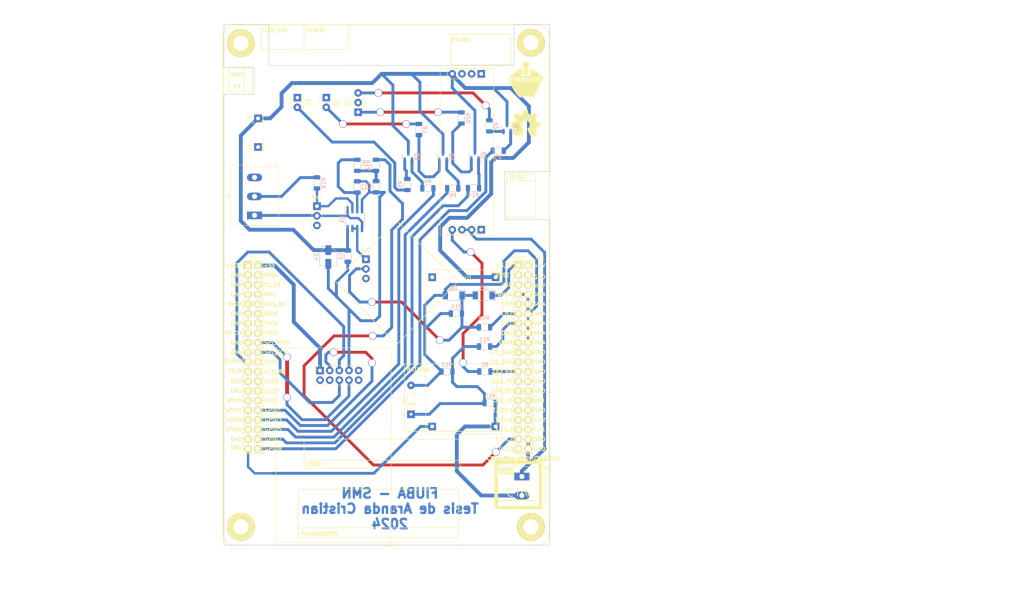
<source format=kicad_pcb>
(kicad_pcb (version 20211014) (generator pcbnew)
  (title_block (title "Poncho Grande - Modelo - Ejemplo - Template") (date "2015-10-06") (rev "1.0") (company "Proyecto CIAA - COMPUTADORA INDUSTRIAL ABIERTA ARGENTINA") (comment 1 "https://github.com/ciaa/Ponchos/tree/master/modelos/doc") (comment 2 "Autores y Licencia del template (Diego Brengi - UNLaM)") (comment 3 "Autor del poncho (COMPLETAR NOMBRE Y APELLIDO). Ver directorio \"doc\"") (comment 4 "CÓDIGO PONCHO: "))
  (layers (0 "F.Cu" signal) (31 "B.Cu" signal) (34 "B.Paste" user) (35 "F.Paste" user) (36 "B.SilkS" user "B.Silkscreen") (37 "F.SilkS" user "F.Silkscreen") (38 "B.Mask" user) (39 "F.Mask" user) (44 "Edge.Cuts" user))
  (net 0 "")
  (net 1 "GNDA")
  (net 2 "+5V")
  (net 3 "+3.3V")
  (net 4 "Net-(D1-Pad1)")
  (net 5 "Net-(D4-Pad1)")
  (net 6 "Net-(C2-Pad1)")
  (net 7 "Net-(D5-Pad2)")
  (net 8 "Net-(RV2-Pad1)")
  (net 9 "/Conector del Poncho/F2")
  (net 10 "/Anemometro IBC/232_RX")
  (net 11 "Net-(R1-Pad2)")
  (net 12 "/Conector del Poncho/ADC1")
  (net 13 "+12V")
  (net 22 "/Conector del Poncho/TXD")
  (net 23 "+5VP")
  (net 37 "/Conector del Poncho/MISO")
  (net 38 "/Conector del Poncho/spiSCK")
  (net 39 "/Conector del Poncho/MOSI")
  (net 46 "Net-(D1-Pad3)")
  (net 50 "/Conector del Poncho/ADC2")
  (net 51 "Net-(C1-Pad1)")
  (net 52 "GNDinVariador")
  (net 55 "ADCinVariador")
  (net 57 "Net-(R19-Pad1)")
  (net 67 "/Conector del Poncho/GPIO3")
  (net 68 "/Conector del Poncho/GPIO5")
  (net 69 "/Conector del Poncho/GPIO7")
  (net 70 "/Conector del Poncho/GPIO1")
  (net 95 "Net-(D2-Pad2)")
  (net 96 "Net-(D3-Pad2)")
  (net 97 "Net-(Q1-Pad1)")
  (net 98 "Net-(Q1-Pad2)")
  (net 99 "Net-(Q2-Pad1)")
  (net 100 "Net-(Q2-Pad2)")
  (net 101 "Net-(Q3-Pad1)")
  (net 102 "Net-(Q3-Pad2)")
  (net 103 "Net-(Q4-Pad1)")
  (net 104 "Net-(Q4-Pad2)")
  (net 105 "/Conector del Poncho/GPIO8")
  (footprint "Poncho_Esqueleto:Logo_OSHWA" (layer "F.Cu") (at 153.035 51.435)
    (fp_text reference "G101" hide)
    (fp_text value "Logo_OSHWA" hide)
  )
  (footprint "Poncho_Esqueleto:Logo_Poncho" (layer "F.Cu") (at 153.035 40.005)
    (fp_text reference "G***" hide)
    (fp_text value "LOGO" hide)
  )
  (footprint "Poncho_Esqueleto:Logo_EDU-CIAA" (layer "F.Cu") (at 151.13 146.685)
    (fp_text reference "G***" hide)
    (fp_text value "Logo_EDU-CIAA" hide)
  )
  (footprint "Poncho_Esqueleto:Plantilla_EDU-CIAA" (layer "F.Cu") (at 151.13 88.9)
    (fp_text reference "MP1")
    (fp_text value "Plantilla_EDU-CIAA")
  )
  (footprint "mod:poncho_grande" (layer "F.Cu") (at 151.13 88.9)
    (fp_text reference "XA1")
    (fp_text value "Conn_Poncho2P_2x_20x2")
  )
  (footprint "Diode_THT:D_DO-34_SOD68_P7.62mm_Horizontal" (layer "F.Cu") (at 122.88 128.08 90)
    (fp_text reference "D4")
    (fp_text value "D_Zener")
  )
  (footprint "LED_THT:LED_D3.0mm" (layer "F.Cu") (at 100.584 44.699 -90)
    (fp_text reference "D2")
    (fp_text value "LED")
  )
  (footprint "Modulos:W5100_module" (layer "F.Cu") (at 117.17 134.5 180)
    (fp_text reference "U2")
    (fp_text value "w5100_module")
  )
  (footprint "LED_THT:LED_D3.0mm-3" (layer "F.Cu") (at 108.966 48.524 90)
    (fp_text reference "D1")
    (fp_text value "LED_Dual_AKA")
  )
  (footprint "LED_THT:LED_D3.0mm" (layer "F.Cu") (at 92.964 44.699 -90)
    (fp_text reference "D3")
    (fp_text value "LED")
  )
  (footprint "Connector_PinHeader_2.54mm:PinHeader_1x01_P2.54mm_Vertical" (layer "F.Cu") (at 82.625 50.15 90)
    (fp_text reference "J3")
    (fp_text value "Vcc 5V SD")
  )
  (footprint "TerminalBlock:TerminalBlock_Altech_AK300-3_P5.00mm" (layer "F.Cu") (at 81.71 75.71 90)
    (fp_text reference "J1")
    (fp_text value "Screw_Terminal_01x03")
  )
  (footprint "Modulos:LM2596_StepDown" (layer "F.Cu") (at 154.01 136.06)
    (fp_text reference "U3")
    (fp_text value "LM2596S-HW-319-v6_module")
  )
  (footprint "Connector_PinHeader_2.54mm:PinHeader_1x01_P2.54mm_Vertical" (layer "F.Cu") (at 82.625 57.7 90)
    (fp_text reference "J4")
    (fp_text value "GND SD")
  )
  (footprint "Connector_PinHeader_2.54mm:PinHeader_1x03_P2.54mm_Vertical" (layer "F.Cu") (at 111.02 87.245)
    (fp_text reference "RV2")
    (fp_text value "R_Atenuator_Trim")
  )
  (footprint "Modulos:Rs485toTTL" (layer "F.Cu") (at 137.44 58.3)
    (fp_text reference "U1")
    (fp_text value "MAX485E")
  )
  (footprint "TerminalBlock:TerminalBlock_Altech_AK300-2_P5.00mm" (layer "F.Cu") (at 152.05 144.465 -90)
    (fp_text reference "J2")
    (fp_text value "Screw_Terminal_01x02")
  )
  (footprint "Connector_PinHeader_2.54mm:PinHeader_1x03_P2.54mm_Vertical" (layer "F.Cu") (at 98.13 73.28)
    (fp_text reference "RV1")
    (fp_text value "R_Filter_Trim 10K")
  )
  (footprint "Resistor_SMD:R_1206_3216Metric" (layer "B.Cu") (at 108.76 62.51 90)
    (fp_text reference "R17")
    (fp_text value "10k")
  )
  (footprint "Resistor_SMD:R_1206_3216Metric" (layer "B.Cu") (at 134.82 101.54 180)
    (fp_text reference "R15")
    (fp_text value "33k")
  )
  (footprint "Resistor_SMD:R_1206_3216Metric" (layer "B.Cu") (at 136.144 50.038 90)
    (fp_text reference "R20")
    (fp_text value "39")
  )
  (footprint "Resistor_SMD:R_1206_3216Metric" (layer "B.Cu") (at 133.858 68.58)
    (fp_text reference "R6")
    (fp_text value "1k")
  )
  (footprint "Diode_SMD:D_SOD-128" (layer "B.Cu") (at 141.986 96.774 180)
    (fp_text reference "D5")
    (fp_text value "D_Schottky")
  )
  (footprint "Resistor_SMD:R_1206_3216Metric" (layer "B.Cu") (at 121.92 67.564 -90)
    (fp_text reference "R5")
    (fp_text value "39")
  )
  (footprint "Resistor_SMD:R_1206_3216Metric" (layer "B.Cu") (at 124.968 53.086 90)
    (fp_text reference "R7")
    (fp_text value "39")
  )
  (footprint "Package_TO_SOT_SMD:SOT-23" (layer "B.Cu") (at 148.15 52.675 90)
    (fp_text reference "Q2")
    (fp_text value "Q_NPN_BEC")
  )
  (footprint "Resistor_SMD:R_1206_3216Metric" (layer "B.Cu") (at 127.3155 68.58 180)
    (fp_text reference "R4")
    (fp_text value "1k")
  )
  (footprint "Diode_SMD:D_SOD-128" (layer "B.Cu") (at 134.112 96.774 180)
    (fp_text reference "D6")
    (fp_text value "D_Schottky")
  )
  (footprint "Resistor_SMD:R_1206_3216Metric" (layer "B.Cu") (at 132.334 116.84 180)
    (fp_text reference "R12")
    (fp_text value "3k9")
  )
  (footprint "Resistor_SMD:R_1206_3216Metric" (layer "B.Cu") (at 142.24 105.156)
    (fp_text reference "R18")
    (fp_text value "1k")
  )
  (footprint "Package_TO_SOT_SMD:SOT-23" (layer "B.Cu") (at 139.7 59.944 90)
    (fp_text reference "Q1")
    (fp_text value "Q_NPN_BEC")
  )
  (footprint "Resistor_SMD:R_1206_3216Metric" (layer "B.Cu") (at 113.64 62.51 -90)
    (fp_text reference "R16")
    (fp_text value "10k")
  )
  (footprint "Resistor_SMD:R_1206_3216Metric" (layer "B.Cu") (at 139.325 68.525)
    (fp_text reference "R14")
    (fp_text value "1k")
  )
  (footprint "Capacitor_SMD:CP_Elec_4x5.3" (layer "B.Cu") (at 101.125 86.65 -90)
    (fp_text reference "C4")
    (fp_text value "C_Polarized 1uF")
  )
  (footprint "Package_SO:SOIC-8_3.9x4.9mm_P1.27mm" (layer "B.Cu") (at 108.09 76.69 -90)
    (fp_text reference "U5")
    (fp_text value "LM358")
  )
  (footprint "Resistor_SMD:R_1206_3216Metric" (layer "B.Cu") (at 142.24 110.236 180)
    (fp_text reference "R11")
    (fp_text value "1k")
  )
  (footprint "Package_TO_SOT_SMD:SOT-23" (layer "B.Cu") (at 122.174 60.198 90)
    (fp_text reference "Q3")
    (fp_text value "Q_NPN_BEC")
  )
  (footprint "Capacitor_SMD:C_1206_3216Metric" (layer "B.Cu") (at 113.71 68.16 -90)
    (fp_text reference "C1")
    (fp_text value "100nF")
  )
  (footprint "Package_TO_SOT_SMD:SOT-23" (layer "B.Cu") (at 131.318 60.198 90)
    (fp_text reference "Q4")
    (fp_text value "Q_NPN_BEC")
  )
  (footprint "Resistor_SMD:R_1206_3216Metric" (layer "B.Cu") (at 143.68 125.1 180)
    (fp_text reference "R13")
    (fp_text value "10k")
  )
  (footprint "Resistor_SMD:R_1206_3216Metric" (layer "B.Cu") (at 143.5 52.125 90)
    (fp_text reference "R2")
    (fp_text value "39")
  )
  (footprint "Resistor_SMD:R_1206_3216Metric" (layer "B.Cu") (at 98.13 67.14 90)
    (fp_text reference "R19")
    (fp_text value "33k")
  )
  (footprint "Resistor_SMD:R_1206_3216Metric" (layer "B.Cu") (at 145.825 58.675)
    (fp_text reference "R3")
    (fp_text value "1k")
  )
  (footprint "Resistor_SMD:R_1206_3216Metric" (layer "B.Cu") (at 142.32 116.82 180)
    (fp_text reference "R1")
    (fp_text value "1K")
  )
  (footprint "Capacitor_SMD:C_1206_3216Metric" (layer "B.Cu") (at 108.75 68.21 90)
    (fp_text reference "C2")
    (fp_text value "100nF")
  )
  (footprint "Capacitor_SMD:C_1206_3216Metric" (layer "B.Cu") (at 106.25 86.425 -90)
    (fp_text reference "C3")
    (fp_text value "10nF")
  )
  (gr_line (start 81.56 43.815) (end 73.66 43.815) (layer "Edge.Cuts") (width 0.15))
  (gr_line (start 73.66 26.035) (end 73.66 36.83) (layer "Edge.Cuts") (width 0.15))
  (gr_line (start 159.385 25.4) (end 149.98 25.4) (layer "Edge.Cuts") (width 0.15))
  (gr_line (start 159.385 64.135) (end 159.385 25.4) (layer "Edge.Cuts") (width 0.15))
  (gr_line (start 147.44 64.135) (end 159.385 64.135) (layer "Edge.Cuts") (width 0.15))
  (gr_line (start 73.66 36.83) (end 76.2 36.83) (layer "Edge.Cuts") (width 0.15))
  (gr_line (start 85.46 36.21) (end 85.46 25.4) (layer "Edge.Cuts") (width 0.15))
  (gr_line (start 159.385 162.56) (end 159.385 76.835) (layer "Edge.Cuts") (width 0.15))
  (gr_line (start 159.385 76.835) (end 147.45 76.84) (layer "Edge.Cuts") (width 0.15))
  (gr_line (start 73.66 25.4) (end 73.66 26.035) (layer "Edge.Cuts") (width 0.15))
  (gr_line (start 81.55 36.83) (end 81.56 43.815) (layer "Edge.Cuts") (width 0.15))
  (gr_line (start 93.345 162.56) (end 136.525 162.56) (layer "Edge.Cuts") (width 0.15))
  (gr_line (start 149.97 36.195) (end 85.46 36.21) (layer "Edge.Cuts") (width 0.15))
  (gr_line (start 136.525 162.56) (end 159.385 162.56) (layer "Edge.Cuts") (width 0.15))
  (gr_line (start 73.66 43.815) (end 73.66 162.56) (layer "Edge.Cuts") (width 0.15))
  (gr_line (start 85.46 25.4) (end 73.66 25.4) (layer "Edge.Cuts") (width 0.15))
  (gr_line (start 73.66 162.56) (end 93.345 162.56) (layer "Edge.Cuts") (width 0.15))
  (gr_line (start 149.98 25.4) (end 149.97 36.195) (layer "Edge.Cuts") (width 0.15))
  (gr_line (start 76.2 36.83) (end 81.55 36.83) (layer "Edge.Cuts") (width 0.15))
  (gr_line (start 147.45 76.84) (end 147.44 64.135) (layer "Edge.Cuts") (width 0.15))
  (gr_text "FIUBA - SMN\nTesis de Aranda Cristian\n2024\n" (at 117.32 152.93) (layer "B.Cu") (effects (font (size 2.5 2.5) (thickness 0.6)) (justify mirror)))
  (segment (start 153.67 106.68) (end 153.67 109.22) (width 0.635) (layer "B.Cu") (net 1))
  (segment (start 130.69 101.54) (end 133.3575 101.54) (width 0.762) (layer "B.Cu") (net 1))
  (segment (start 155.94 87.31) (end 153.65 85.02) (width 0.762) (layer "B.Cu") (net 1))
  (segment (start 146.6215 93.874) (end 133.256 93.874) (width 0.762) (layer "B.Cu") (net 1))
  (segment (start 147.32 87.77) (end 147.32 93.1755) (width 0.762) (layer "B.Cu") (net 1))
  (segment (start 129.126 96.774) (end 126.492 99.408) (width 0.762) (layer "B.Cu") (net 1))
  (segment (start 130.8715 116.84) (end 130.8715 116.7115) (width 1.27) (layer "B.Cu") (net 1))
  (segment (start 130.8715 116.7115) (end 126.492 112.332) (width 0.762) (layer "B.Cu") (net 1))
  (segment (start 150.07 85.02) (end 147.32 87.77) (width 0.762) (layer "B.Cu") (net 1))
  (segment (start 131.912 95.218) (end 133.256 93.874) (width 0.762) (layer "B.Cu") (net 1))
  (segment (start 153.93 101.6) (end 155.94 99.59) (width 0.762) (layer "B.Cu") (net 1))
  (segment (start 155.94 99.59) (end 155.94 87.31) (width 0.762) (layer "B.Cu") (net 1))
  (segment (start 153.67 104.14) (end 153.67 106.68) (width 0.635) (layer "B.Cu") (net 1))
  (segment (start 153.67 101.6) (end 153.93 101.6) (width 0.635) (layer "B.Cu") (net 1))
  (segment (start 126.492 99.408) (end 126.492 105.738) (width 0.762) (layer "B.Cu") (net 1))
  (segment (start 153.67 101.6) (end 153.67 104.14) (width 0.635) (layer "B.Cu") (net 1))
  (segment (start 153.67 101.6) (end 153.67 99.06) (width 0.762) (layer "B.Cu") (net 1))
  (segment (start 126.492 112.332) (end 126.492 105.738) (width 0.762) (layer "B.Cu") (net 1))
  (segment (start 153.65 85.02) (end 150.07 85.02) (width 0.762) (layer "B.Cu") (net 1))
  (segment (start 126.492 105.738) (end 130.69 101.54) (width 0.762) (layer "B.Cu") (net 1))
  (segment (start 131.912 96.774) (end 129.126 96.774) (width 0.762) (layer "B.Cu") (net 1))
  (segment (start 153.67 99.06) (end 153.67 96.52) (width 0.762) (layer "B.Cu") (net 1))
  (segment (start 131.912 96.774) (end 131.912 95.218) (width 0.762) (layer "B.Cu") (net 1))
  (segment (start 153.67 96.52) (end 151.13 96.52) (width 0.762) (layer "B.Cu") (net 1))
  (segment (start 122.88 120.46) (end 127.2515 120.46) (width 0.762) (layer "B.Cu") (net 1))
  (segment (start 127.2515 120.46) (end 130.8715 116.84) (width 0.762) (layer "B.Cu") (net 1))
  (segment (start 147.32 93.1755) (end 146.6215 93.874) (width 0.762) (layer "B.Cu") (net 1))
  (segment (start 86.97 88.9) (end 92.03 93.96) (width 1.016) (layer "B.Cu") (net 2))
  (segment (start 82.55 88.9) (end 86.97 88.9) (width 1.016) (layer "B.Cu") (net 2))
  (segment (start 92.03 93.96) (end 92.03 103.75) (width 1.016) (layer "B.Cu") (net 2))
  (segment (start 92.03 103.75) (end 98.945 110.665) (width 1.016) (layer "B.Cu") (net 2))
  (segment (start 98.945 110.665) (end 98.945 116.55) (width 1.016) (layer "B.Cu") (net 2))
  (segment (start 148.59 90.17) (end 148.59 94.742) (width 0.762) (layer "B.Cu") (net 3))
  (segment (start 151.13 88.9) (end 149.86 88.9) (width 0.762) (layer "B.Cu") (net 3))
  (segment (start 146.558 96.774) (end 148.59 94.742) (width 0.762) (layer "B.Cu") (net 3))
  (segment (start 149.86 88.9) (end 148.59 90.17) (width 0.762) (layer "B.Cu") (net 3))
  (segment (start 144.186 96.774) (end 146.558 96.774) (width 0.762) (layer "B.Cu") (net 3))
  (segment (start 114.808 48.514) (end 130.048 48.514) (width 0.762) (layer "F.Cu") (net 4))
  (via (at 114.808 48.514) (size 2) (drill 1.8) (layers "F.Cu" "B.Cu") (net 4))
  (via (at 130.048 48.514) (size 2) (drill 1.8) (layers "F.Cu" "B.Cu") (net 4))
  (segment (start 136.0825 48.514) (end 136.144 48.5755) (width 0.762) (layer "B.Cu") (net 4))
  (segment (start 108.966 48.524) (end 114.798 48.524) (width 0.762) (layer "B.Cu") (net 4))
  (segment (start 114.798 48.524) (end 114.808 48.514) (width 0.762) (layer "B.Cu") (net 4))
  (segment (start 130.048 48.514) (end 136.0825 48.514) (width 0.762) (layer "B.Cu") (net 4))
  (segment (start 136.906 110.236) (end 140.7775 110.236) (width 0.762) (layer "B.Cu") (net 5))
  (segment (start 122.88 128.08) (end 127.7 128.08) (width 0.762) (layer "B.Cu") (net 5))
  (segment (start 133.7965 113.3455) (end 133.7965 116.84) (width 0.762) (layer "B.Cu") (net 5))
  (segment (start 134.94 120.79) (end 133.7965 119.6465) (width 0.762) (layer "B.Cu") (net 5))
  (segment (start 142.2175 122.6575) (end 140.35 120.79) (width 0.762) (layer "B.Cu") (net 5))
  (segment (start 140.35 120.79) (end 134.94 120.79) (width 0.762) (layer "B.Cu") (net 5))
  (segment (start 130.53 125.25) (end 142.0675 125.25) (width 0.762) (layer "B.Cu") (net 5))
  (segment (start 142.0675 125.25) (end 142.2175 125.1) (width 0.762) (layer "B.Cu") (net 5))
  (segment (start 127.7 128.08) (end 130.53 125.25) (width 0.762) (layer "B.Cu") (net 5))
  (segment (start 142.2175 125.1) (end 142.2175 122.6575) (width 0.762) (layer "B.Cu") (net 5))
  (segment (start 133.7965 119.6465) (end 133.7965 116.84) (width 0.762) (layer "B.Cu") (net 5))
  (segment (start 133.7965 113.3455) (end 136.906 110.236) (width 0.762) (layer "B.Cu") (net 5))
  (segment (start 108.725 69.71) (end 108.75 69.685) (width 0.508) (layer "B.Cu") (net 6))
  (segment (start 103.73 68.08) (end 103.73 61.91) (width 0.762) (layer "B.Cu") (net 6))
  (segment (start 104.5925 61.0475) (end 108.79 61.0475) (width 0.762) (layer "B.Cu") (net 6))
  (segment (start 108.75 69.685) (end 105.335 69.685) (width 0.762) (layer "B.Cu") (net 6))
  (segment (start 108.725 74.215) (end 108.725 69.71) (width 0.635) (layer "B.Cu") (net 6))
  (segment (start 105.335 69.685) (end 103.73 68.08) (width 0.762) (layer "B.Cu") (net 6))
  (segment (start 103.73 61.91) (end 104.5925 61.0475) (width 0.762) (layer "B.Cu") (net 6))
  (segment (start 120.4 98.52) (end 112.575 98.52) (width 0.762) (layer "F.Cu") (net 7))
  (segment (start 130.45 108.57) (end 120.4 98.52) (width 0.762) (layer "F.Cu") (net 7))
  (via (at 112.575 98.52) (size 2) (drill 1.8) (layers "F.Cu" "B.Cu") (net 7))
  (via (at 130.45 108.57) (size 2) (drill 1.8) (layers "F.Cu" "B.Cu") (net 7))
  (segment (start 134.83 106.64) (end 132.9 108.57) (width 0.762) (layer "B.Cu") (net 7))
  (segment (start 135.87 105.6) (end 134.83 106.64) (width 0.762) (layer "B.Cu") (net 7))
  (segment (start 132.9 108.57) (end 131.06 108.57) (width 0.762) (layer "B.Cu") (net 7))
  (segment (start 131.06 108.57) (end 130.45 108.57) (width 0.635) (layer "B.Cu") (net 7))
  (segment (start 136.2825 96.8035) (end 136.312 96.774) (width 0.762) (layer "B.Cu") (net 7))
  (segment (start 111.02 89.785) (end 108.465 89.785) (width 0.762) (layer "B.Cu") (net 7))
  (segment (start 106.71 91.54) (end 106.71 95.84) (width 0.762) (layer "B.Cu") (net 7))
  (segment (start 136.2825 105.1875) (end 135.87 105.6) (width 0.762) (layer "B.Cu") (net 7))
  (segment (start 108.465 89.785) (end 106.71 91.54) (width 0.762) (layer "B.Cu") (net 7))
  (segment (start 112.575 98.52) (end 109.39 98.52) (width 0.762) (layer "B.Cu") (net 7))
  (segment (start 140.7775 105.156) (end 136.314 105.156) (width 0.762) (layer "B.Cu") (net 7))
  (segment (start 106.71 95.84) (end 109.39 98.52) (width 0.762) (layer "B.Cu") (net 7))
  (segment (start 136.312 96.774) (end 139.786 96.774) (width 0.762) (layer "B.Cu") (net 7))
  (segment (start 136.2825 101.54) (end 136.2825 96.8035) (width 0.762) (layer "B.Cu") (net 7))
  (segment (start 136.2825 101.54) (end 136.2825 105.1875) (width 0.762) (layer "B.Cu") (net 7))
  (segment (start 136.314 105.156) (end 135.87 105.6) (width 0.762) (layer "B.Cu") (net 7))
  (segment (start 108.725 84.95) (end 108.725 79.165) (width 0.635) (layer "B.Cu") (net 8))
  (segment (start 107.455 79.165) (end 108.725 79.165) (width 0.635) (layer "B.Cu") (net 8))
  (segment (start 108.725 84.95) (end 111.02 87.245) (width 0.635) (layer "B.Cu") (net 8))
  (segment (start 112.982 141.43) (end 141.81 141.43) (width 0.762) (layer "F.Cu") (net 9))
  (segment (start 94.742 123.19) (end 112.982 141.43) (width 0.762) (layer "F.Cu") (net 9))
  (segment (start 112.776 107.442) (end 102.616 107.442) (width 0.762) (layer "F.Cu") (net 9))
  (segment (start 141.81 141.43) (end 145.18 138.06) (width 0.762) (layer "F.Cu") (net 9))
  (segment (start 94.742 115.316) (end 94.742 123.19) (width 0.762) (layer "F.Cu") (net 9))
  (segment (start 145.18 138.06) (end 145.19 138.07) (width 0.635) (layer "F.Cu") (net 9))
  (segment (start 102.616 107.442) (end 94.742 115.316) (width 0.762) (layer "F.Cu") (net 9))
  (via (at 112.776 107.442) (size 2) (drill 1.8) (layers "F.Cu" "B.Cu") (net 9))
  (via (at 145.19 138.07) (size 2) (drill 1.8) (layers "F.Cu" "B.Cu") (net 9))
  (segment (start 113.64 61.0475) (end 115.9975 61.0475) (width 0.762) (layer "B.Cu") (net 9))
  (segment (start 117.79 79.557948) (end 117.79 105.23) (width 0.762) (layer "B.Cu") (net 9))
  (segment (start 120.65 76.697948) (end 117.79 79.557948) (width 0.762) (layer "B.Cu") (net 9))
  (segment (start 115.578 107.442) (end 112.776 107.442) (width 0.762) (layer "B.Cu") (net 9))
  (segment (start 115.9975 61.0475) (end 117.348 62.398) (width 0.762) (layer "B.Cu") (net 9))
  (segment (start 117.348 69.311949) (end 120.65 72.613949) (width 0.762) (layer "B.Cu") (net 9))
  (segment (start 151.13 134.62) (end 148.64 134.62) (width 0.762) (layer "B.Cu") (net 9))
  (segment (start 120.65 72.613949) (end 120.65 76.697948) (width 0.762) (layer "B.Cu") (net 9))
  (segment (start 148.64 134.62) (end 145.19 138.07) (width 0.762) (layer "B.Cu") (net 9))
  (segment (start 117.348 62.398) (end 117.348 69.311949) (width 0.762) (layer "B.Cu") (net 9))
  (segment (start 117.79 105.23) (end 115.578 107.442) (width 0.762) (layer "B.Cu") (net 9))
  (segment (start 151.11 116.82) (end 151.13 116.84) (width 0.762) (layer "B.Cu") (net 10))
  (segment (start 143.7825 116.82) (end 151.11 116.82) (width 0.762) (layer "B.Cu") (net 10))
  (segment (start 138.59 85.36) (end 141.55 88.32) (width 0.762) (layer "F.Cu") (net 11))
  (segment (start 141.55 101.86) (end 136.59 106.82) (width 0.762) (layer "F.Cu") (net 11))
  (segment (start 141.55 88.32) (end 141.55 101.86) (width 0.762) (layer "F.Cu") (net 11))
  (segment (start 136.59 106.82) (end 136.59 114.52) (width 0.762) (layer "F.Cu") (net 11))
  (via (at 136.59 114.52) (size 2) (drill 1.8) (layers "F.Cu" "B.Cu") (net 11))
  (via (at 138.59 85.36) (size 2) (drill 1.8) (layers "F.Cu" "B.Cu") (net 11))
  (segment (start 133.73 79.465) (end 133.73 82.27) (width 0.762) (layer "B.Cu") (net 11))
  (segment (start 140.8575 116.82) (end 137.88 116.82) (width 0.762) (layer "B.Cu") (net 11))
  (segment (start 133.73 82.27) (end 136.81 85.35) (width 0.762) (layer "B.Cu") (net 11))
  (segment (start 137.88 116.82) (end 136.59 115.53) (width 0.762) (layer "B.Cu") (net 11))
  (segment (start 136.81 85.35) (end 138.58 85.35) (width 0.762) (layer "B.Cu") (net 11))
  (segment (start 136.59 115.53) (end 136.59 114.52) (width 0.762) (layer "B.Cu") (net 11))
  (segment (start 138.58 85.35) (end 138.59 85.36) (width 0.762) (layer "B.Cu") (net 11))
  (segment (start 147.05 108.5) (end 147.05 105.79) (width 0.762) (layer "B.Cu") (net 12))
  (segment (start 148.7 104.14) (end 151.13 104.14) (width 0.762) (layer "B.Cu") (net 12))
  (segment (start 143.7025 110.236) (end 145.314 110.236) (width 0.762) (layer "B.Cu") (net 12))
  (segment (start 147.05 105.79) (end 148.7 104.14) (width 0.762) (layer "B.Cu") (net 12))
  (segment (start 145.314 110.236) (end 147.05 108.5) (width 0.762) (layer "B.Cu") (net 12))
  (segment (start 134.94 133.44) (end 134.94 143.06) (width 1.016) (layer "B.Cu") (net 13))
  (segment (start 145.135 131.285) (end 145.135 125.1075) (width 1.016) (layer "B.Cu") (net 13))
  (segment (start 152.05 149.465) (end 141.345 149.465) (width 1.016) (layer "B.Cu") (net 13))
  (segment (start 137.105 131.275) (end 134.94 133.44) (width 1.016) (layer "B.Cu") (net 13))
  (segment (start 134.94 143.06) (end 138.52 146.64) (width 1.016) (layer "B.Cu") (net 13))
  (segment (start 145.135 125.1075) (end 145.1425 125.1) (width 0.381) (layer "B.Cu") (net 13))
  (segment (start 145.135 131.285) (end 137.115 131.285) (width 1.016) (layer "B.Cu") (net 13))
  (segment (start 137.115 131.285) (end 137.105 131.275) (width 1.016) (layer "B.Cu") (net 13))
  (segment (start 141.345 149.465) (end 138.52 146.64) (width 1.016) (layer "B.Cu") (net 13))
  (segment (start 145.1155 91.948) (end 137.538 91.948) (width 1.016) (layer "B.Cu") (net 23))
  (segment (start 88.825 47.125) (end 88.825 43.55) (width 1.016) (layer "B.Cu") (net 23))
  (segment (start 82.625 50.15) (end 78.1 54.675) (width 1.016) (layer "B.Cu") (net 23))
  (segment (start 148.15 51.7375) (end 148.15 45.753) (width 0.762) (layer "B.Cu") (net 23))
  (segment (start 137.538 91.948) (end 130.556 84.966) (width 1.016) (layer "B.Cu") (net 23))
  (segment (start 125.222 40.64) (end 123.373 38.791) (width 0.762) (layer "B.Cu") (net 23))
  (segment (start 144.561 42.164) (end 138.176 42.164) (width 1.016) (layer "B.Cu") (net 23))
  (segment (start 125.222 48.26) (end 125.222 40.64) (width 0.762) (layer "B.Cu") (net 23))
  (segment (start 149.775 60.575) (end 153.9 56.45) (width 1.016) (layer "B.Cu") (net 23))
  (segment (start 133.74 42.14) (end 133.74 38.425) (width 0.762) (layer "B.Cu") (net 23))
  (segment (start 137.16 42.164) (end 138.176 42.164) (width 1.016) (layer "B.Cu") (net 23))
  (segment (start 78.1 77.175) (end 80.4 79.475) (width 1.016) (layer "B.Cu") (net 23))
  (segment (start 82.625 50.15) (end 85.8 50.15) (width 1.016) (layer "B.Cu") (net 23))
  (segment (start 122.174 56.134) (end 118.11 52.07) (width 0.762) (layer "B.Cu") (net 23))
  (segment (start 149.114 42.164) (end 144.561 42.164) (width 1.016) (layer "B.Cu") (net 23))
  (segment (start 91.9 79.475) (end 97.275 84.85) (width 1.016) (layer "B.Cu") (net 23))
  (segment (start 118.11 41.402) (end 115.133 38.425) (width 0.762) (layer "B.Cu") (net 23))
  (segment (start 133.74 38.425) (end 133.74 38.744) (width 1.016) (layer "B.Cu") (net 23))
  (segment (start 115.133 38.425) (end 112.708 40.85) (width 1.016) (layer "B.Cu") (net 23))
  (segment (start 106.185 84.885) (end 106.25 84.95) (width 0.381) (layer "B.Cu") (net 23))
  (segment (start 88.825 43.55) (end 91.525 40.85) (width 1.016) (layer "B.Cu") (net 23))
  (segment (start 106.15 84.85) (end 106.25 84.95) (width 1.016) (layer "B.Cu") (net 23))
  (segment (start 132.980026 76.338026) (end 137.66263 76.338026) (width 1.016) (layer "B.Cu") (net 23))
  (segment (start 97.275 84.85) (end 101.125 84.85) (width 1.016) (layer "B.Cu") (net 23))
  (segment (start 153.9 56.45) (end 153.9 46.95) (width 1.016) (layer "B.Cu") (net 23))
  (segment (start 131.318 54.356) (end 125.222 48.26) (width 0.762) (layer "B.Cu") (net 23))
  (segment (start 145.122 60.575) (end 149.775 60.575) (width 1.016) (layer "B.Cu") (net 23))
  (segment (start 78.1 54.675) (end 78.1 77.175) (width 1.016) (layer "B.Cu") (net 23))
  (segment (start 133.74 38.744) (end 137.16 42.164) (width 1.016) (layer "B.Cu") (net 23))
  (segment (start 153.9 46.95) (end 149.114 42.164) (width 1.016) (layer "B.Cu") (net 23))
  (segment (start 130.556 78.762052) (end 132.980026 76.338026) (width 1.016) (layer "B.Cu") (net 23))
  (segment (start 106.185 79.165) (end 106.185 84.885) (width 0.762) (layer "B.Cu") (net 23))
  (segment (start 133.74 38.425) (end 123.373 38.425) (width 1.016) (layer "B.Cu") (net 23))
  (segment (start 122.174 59.2605) (end 122.174 56.134) (width 0.762) (layer "B.Cu") (net 23))
  (segment (start 143.972 70.028656) (end 143.972 61.725) (width 1.016) (layer "B.Cu") (net 23))
  (segment (start 139.7 48.1) (end 133.74 42.14) (width 0.762) (layer "B.Cu") (net 23))
  (segment (start 148.15 45.753) (end 144.561 42.164) (width 0.762) (layer "B.Cu") (net 23))
  (segment (start 118.11 52.07) (end 118.11 41.402) (width 0.762) (layer "B.Cu") (net 23))
  (segment (start 85.8 50.15) (end 88.825 47.125) (width 1.016) (layer "B.Cu") (net 23))
  (segment (start 137.66263 76.338026) (end 143.972 70.028656) (width 1.016) (layer "B.Cu") (net 23))
  (segment (start 139.7 59.0065) (end 139.7 48.1) (width 0.762) (layer "B.Cu") (net 23))
  (segment (start 80.4 79.475) (end 91.9 79.475) (width 1.016) (layer "B.Cu") (net 23))
  (segment (start 112.708 40.85) (end 93.725 40.85) (width 1.016) (layer "B.Cu") (net 23))
  (segment (start 145.1425 91.975) (end 145.1155 91.948) (width 1.016) (layer "B.Cu") (net 23))
  (segment (start 101.125 84.85) (end 106.15 84.85) (width 1.016) (layer "B.Cu") (net 23))
  (segment (start 130.556 84.966) (end 130.556 78.762052) (width 1.016) (layer "B.Cu") (net 23))
  (segment (start 143.972 61.725) (end 145.122 60.575) (width 1.016) (layer "B.Cu") (net 23))
  (segment (start 91.525 40.85) (end 93.725 40.85) (width 1.016) (layer "B.Cu") (net 23))
  (segment (start 123.373 38.425) (end 115.133 38.425) (width 1.016) (layer "B.Cu") (net 23))
  (segment (start 131.318 59.2605) (end 131.318 54.356) (width 0.762) (layer "B.Cu") (net 23))
  (segment (start 90.28 113.05) (end 90.28 123.58) (width 1.016) (layer "F.Cu") (net 37))
  (segment (start 90.28 123.58) (end 90.26 123.6) (width 1.016) (layer "F.Cu") (net 37))
  (via (at 90.28 113.05) (size 2) (drill 1.8) (layers "F.Cu" "B.Cu") (net 37))
  (via (at 90.26 123.6) (size 2) (drill 1.8) (layers "F.Cu" "B.Cu") (net 37))
  (segment (start 106.565 119.09) (end 106.565 123.255) (width 0.762) (layer "B.Cu") (net 37))
  (segment (start 90.28 113.02) (end 90.28 113.05) (width 1.016) (layer "B.Cu") (net 37))
  (segment (start 90.26 123.6) (end 90.26 125.563554) (width 0.762) (layer "B.Cu") (net 37))
  (segment (start 82.55 109.22) (end 86.48 109.22) (width 0.762) (layer "B.Cu") (net 37))
  (segment (start 106.565 123.255) (end 100.31 129.51) (width 0.762) (layer "B.Cu") (net 37))
  (segment (start 90.26 125.563554) (end 94.206446 129.51) (width 0.762) (layer "B.Cu") (net 37))
  (segment (start 100.31 129.51) (end 94.39 129.51) (width 0.762) (layer "B.Cu") (net 37))
  (segment (start 86.48 109.22) (end 90.28 113.02) (width 0.762) (layer "B.Cu") (net 37))
  (segment (start 94.206446 129.51) (end 94.39 129.51) (width 0.508) (layer "B.Cu") (net 37))
  (segment (start 88.44 117.2) (end 88.44 113.69) (width 0.762) (layer "B.Cu") (net 38))
  (segment (start 96.21 124.97) (end 88.44 117.2) (width 0.762) (layer "B.Cu") (net 38))
  (segment (start 104.025 119.09) (end 104.025 123.105) (width 0.762) (layer "B.Cu") (net 38))
  (segment (start 104.025 123.105) (end 102.16 124.97) (width 0.762) (layer "B.Cu") (net 38))
  (segment (start 102.16 124.97) (end 96.21 124.97) (width 0.762) (layer "B.Cu") (net 38))
  (segment (start 82.55 111.76) (end 86.51 111.76) (width 0.762) (layer "B.Cu") (net 38))
  (segment (start 88.44 113.69) (end 86.51 111.76) (width 0.762) (layer "B.Cu") (net 38))
  (segment (start 104.025 113.813) (end 105.168 112.67) (width 0.762) (layer "B.Cu") (net 39))
  (segment (start 105.168 112.67) (end 105.168 104.968) (width 0.762) (layer "B.Cu") (net 39))
  (segment (start 105.168 104.968) (end 85.55 85.35) (width 0.762) (layer "B.Cu") (net 39))
  (segment (start 85.55 85.35) (end 79.925 85.35) (width 0.762) (layer "B.Cu") (net 39))
  (segment (start 104.025 116.55) (end 104.025 113.813) (width 0.762) (layer "B.Cu") (net 39))
  (segment (start 77.06 112.15) (end 79.21 114.3) (width 0.762) (layer "B.Cu") (net 39))
  (segment (start 79.21 114.3) (end 80.01 114.3) (width 0.762) (layer "B.Cu") (net 39))
  (segment (start 77.06 88.215) (end 77.06 112.15) (width 0.762) (layer "B.Cu") (net 39))
  (segment (start 79.925 85.35) (end 77.06 88.215) (width 0.762) (layer "B.Cu") (net 39))
  (segment (start 142.494 46.736) (end 139.202 43.444) (width 0.762) (layer "F.Cu") (net 46))
  (segment (start 139.202 43.444) (end 114.29 43.444) (width 0.762) (layer "F.Cu") (net 46))
  (via (at 142.494 46.736) (size 2) (drill 1.8) (layers "F.Cu" "B.Cu") (net 46))
  (via (at 114.29 43.444) (size 2) (drill 1.8) (layers "F.Cu" "B.Cu") (net 46))
  (segment (start 143.5 50.6625) (end 143.5 47.742) (width 0.762) (layer "B.Cu") (net 46))
  (segment (start 108.966 43.444) (end 114.29 43.444) (width 0.762) (layer "B.Cu") (net 46))
  (segment (start 143.5 47.742) (end 142.494 46.736) (width 0.762) (layer "B.Cu") (net 46))
  (segment (start 151.13 101.6) (end 147.2585 101.6) (width 0.762) (layer "B.Cu") (net 50))
  (segment (start 147.2585 101.6) (end 143.7025 105.156) (width 0.762) (layer "B.Cu") (net 50))
  (segment (start 108.79 63.9725) (end 113.64 63.9725) (width 0.762) (layer "B.Cu") (net 51))
  (segment (start 113.71 66.685) (end 113.71 64.0425) (width 0.762) (layer "B.Cu") (net 51))
  (segment (start 113.71 64.0425) (end 113.64 63.9725) (width 1.016) (layer "B.Cu") (net 51))
  (segment (start 103.25 93.2) (end 103.25 97.07) (width 0.762) (layer "B.Cu") (net 52))
  (segment (start 125.435 131.275) (end 113.08 143.63) (width 0.762) (layer "B.Cu") (net 52))
  (segment (start 81.71 70.71) (end 88.8 70.71) (width 0.762) (layer "B.Cu") (net 52))
  (segment (start 153.67 141.4) (end 153.06 142.01) (width 1.016) (layer "B.Cu") (net 52))
  (segment (start 111.075 66.735) (end 111.865 67.525) (width 0.635) (layer "B.Cu") (net 52))
  (segment (start 109.995 71.505) (end 109.995 74.215) (width 0.635) (layer "B.Cu") (net 52))
  (segment (start 136.28 79.475) (end 138.82 79.475) (width 0.635) (layer "B.Cu") (net 52))
  (segment (start 153.67 137.16) (end 153.67 141.4) (width 1.016) (layer "B.Cu") (net 52))
  (segment (start 112.175 69.635) (end 111.865 69.635) (width 0.635) (layer "B.Cu") (net 52))
  (segment (start 106.25 90.2) (end 103.25 93.2) (width 0.762) (layer "B.Cu") (net 52))
  (segment (start 103.5025 97.3225) (end 101.29 95.11) (width 0.762) (layer "B.Cu") (net 52))
  (segment (start 111.865 69.635) (end 109.995 71.505) (width 0.635) (layer "B.Cu") (net 52))
  (segment (start 140.092919 81.95) (end 154.51 81.95) (width 0.762) (layer "B.Cu") (net 52))
  (segment (start 111.865 67.525) (end 111.865 69.635) (width 0.635) (layer "B.Cu") (net 52))
  (segment (start 138.81 79.465) (end 138.81 80.667081) (width 0.762) (layer "B.Cu") (net 52))
  (segment (start 88.8 70.71) (end 93.77 65.74) (width 0.762) (layer "B.Cu") (net 52))
  (segment (start 113.71 69.635) (end 112.175 69.635) (width 0.635) (layer "B.Cu") (net 52))
  (segment (start 109.62 103.44) (end 106.735 100.555) (width 0.762) (layer "B.Cu") (net 52))
  (segment (start 138.81 80.667081) (end 140.092919 81.95) (width 0.762) (layer "B.Cu") (net 52))
  (segment (start 106.565 100.725) (end 106.735 100.555) (width 0.635) (layer "B.Cu") (net 52))
  (segment (start 115.875 69.635) (end 114.64 70.87) (width 0.762) (layer "B.Cu") (net 52))
  (segment (start 153.06 142.01) (end 155.79 139.28) (width 1.016) (layer "B.Cu") (net 52))
  (segment (start 154.51 81.95) (end 158.03 85.47) (width 0.762) (layer "B.Cu") (net 52))
  (segment (start 86.48 143.63) (end 113.08 143.63) (width 0.762) (layer "B.Cu") (net 52))
  (segment (start 101.125 94.945) (end 101.29 95.11) (width 0.762) (layer "B.Cu") (net 52))
  (segment (start 125.445 131.285) (end 128.46 131.285) (width 0.762) (layer "B.Cu") (net 52))
  (segment (start 158.03 137.13) (end 155.88 139.28) (width 1.016) (layer "B.Cu") (net 52))
  (segment (start 152.05 144.465) (end 152.05 143.02) (width 1.016) (layer "B.Cu") (net 52))
  (segment (start 125.435 131.275) (end 125.445 131.285) (width 0.762) (layer "B.Cu") (net 52))
  (segment (start 81.74 143.63) (end 86.48 143.63) (width 0.635) (layer "B.Cu") (net 52))
  (segment (start 113.43 103.44) (end 109.62 103.44) (width 0.762) (layer "B.Cu") (net 52))
  (segment (start 155.79 139.28) (end 155.88 139.28) (width 0.762) (layer "B.Cu") (net 52))
  (segment (start 106.565 116.55) (end 106.565 100.725) (width 0.762) (layer "B.Cu") (net 52))
  (segment (start 101.125 88.45) (end 101.125 94.945) (width 0.762) (layer "B.Cu") (net 52))
  (segment (start 152.05 143.02) (end 153.06 142.01) (width 1.016) (layer "B.Cu") (net 52))
  (segment (start 158.03 85.47) (end 158.03 137.13) (width 0.762) (layer "B.Cu") (net 52))
  (segment (start 114.64 70.87) (end 114.64 102.23) (width 0.762) (layer "B.Cu") (net 52))
  (segment (start 106.25 87.9) (end 106.25 90.2) (width 0.762) (layer "B.Cu") (net 52))
  (segment (start 103.25 97.07) (end 103.5025 97.3225) (width 0.762) (layer "B.Cu") (net 52))
  (segment (start 114.64 102.23) (end 113.43 103.44) (width 0.762) (layer "B.Cu") (net 52))
  (segment (start 153.67 137.16) (end 153.67 134.62) (width 1.016) (layer "B.Cu") (net 52))
  (segment (start 93.77 65.74) (end 98.0675 65.74) (width 0.762) (layer "B.Cu") (net 52))
  (segment (start 80.01 137.16) (end 80.01 141.9) (width 0.635) (layer "B.Cu") (net 52))
  (segment (start 108.75 66.735) (end 111.075 66.735) (width 0.635) (layer "B.Cu") (net 52))
  (segment (start 106.735 100.555) (end 103.5025 97.3225) (width 0.762) (layer "B.Cu") (net 52))
  (segment (start 98.0675 65.74) (end 98.13 65.6775) (width 0.508) (layer "B.Cu") (net 52))
  (segment (start 113.71 69.635) (end 115.875 69.635) (width 0.762) (layer "B.Cu") (net 52))
  (segment (start 80.01 141.9) (end 81.74 143.63) (width 0.635) (layer "B.Cu") (net 52))
  (segment (start 109.995 79.165) (end 109.995 77.395) (width 0.635) (layer "B.Cu") (net 55))
  (segment (start 106.28 75.82) (end 106.9 76.44) (width 0.635) (layer "B.Cu") (net 55))
  (segment (start 106.185 75.725) (end 106.185 74.215) (width 0.635) (layer "B.Cu") (net 55))
  (segment (start 109.995 77.395) (end 109.04 76.44) (width 0.635) (layer "B.Cu") (net 55))
  (segment (start 98.13 75.82) (end 106.28 75.82) (width 0.635) (layer "B.Cu") (net 55))
  (segment (start 98.02 75.71) (end 98.13 75.82) (width 1.27) (layer "B.Cu") (net 55))
  (segment (start 81.71 75.71) (end 98.02 75.71) (width 0.762) (layer "B.Cu") (net 55))
  (segment (start 109.04 76.44) (end 106.9 76.44) (width 0.635) (layer "B.Cu") (net 55))
  (segment (start 98.13 68.6025) (end 98.13 73.28) (width 0.635) (layer "B.Cu") (net 57))
  (segment (start 106.14 71.24) (end 103.13 71.24) (width 0.635) (layer "B.Cu") (net 57))
  (segment (start 101.09 73.28) (end 98.13 73.28) (width 0.635) (layer "B.Cu") (net 57))
  (segment (start 107.455 72.555) (end 107.455 74.215) (width 0.635) (layer "B.Cu") (net 57))
  (segment (start 103.13 71.24) (end 101.09 73.28) (width 0.635) (layer "B.Cu") (net 57))
  (segment (start 107.455 72.555) (end 106.14 71.24) (width 0.635) (layer "B.Cu") (net 57))
  (segment (start 93.127477 132.558) (end 101.931733 132.558) (width 0.762) (layer "B.Cu") (net 67))
  (segment (start 128.778 70.366) (end 128.778 68.58) (width 0.762) (layer "B.Cu") (net 67))
  (segment (start 90.109476 129.54) (end 93.127477 132.558) (width 0.762) (layer "B.Cu") (net 67))
  (segment (start 82.55 129.54) (end 90.109476 129.54) (width 0.762) (layer "B.Cu") (net 67))
  (segment (start 101.931733 132.558) (end 119.67 114.819733) (width 0.762) (layer "B.Cu") (net 67))
  (segment (start 119.67 79.474) (end 128.778 70.366) (width 0.762) (layer "B.Cu") (net 67))
  (segment (start 119.67 114.819733) (end 119.67 79.474) (width 0.762) (layer "B.Cu") (net 67))
  (segment (start 132.3955 69.7885) (end 121.34 80.844) (width 0.762) (layer "B.Cu") (net 68))
  (segment (start 102.562995 134.082) (end 92.496215 134.082) (width 0.762) (layer "B.Cu") (net 68))
  (segment (start 132.3955 68.58) (end 132.3955 69.7885) (width 0.762) (layer "B.Cu") (net 68))
  (segment (start 92.496215 134.082) (end 90.494214 132.08) (width 0.762) (layer "B.Cu") (net 68))
  (segment (start 90.494214 132.08) (end 82.55 132.08) (width 0.762) (layer "B.Cu") (net 68))
  (segment (start 121.34 115.304995) (end 102.562995 134.082) (width 0.762) (layer "B.Cu") (net 68))
  (segment (start 121.34 80.844) (end 121.34 115.304995) (width 0.762) (layer "B.Cu") (net 68))
  (segment (start 137.85 68.5375) (end 137.8625 68.525) (width 0.762) (layer "B.Cu") (net 69))
  (segment (start 137.85 70.625) (end 137.85 68.5375) (width 0.762) (layer "B.Cu") (net 69))
  (segment (start 89.11 134.62) (end 90.096 135.606) (width 0.762) (layer "B.Cu") (net 69))
  (segment (start 102.835047 135.606) (end 123.15 115.291047) (width 0.762) (layer "B.Cu") (net 69))
  (segment (start 135.315 73.16) (end 137.85 70.625) (width 0.762) (layer "B.Cu") (net 69))
  (segment (start 82.55 134.62) (end 89.11 134.62) (width 0.762) (layer "B.Cu") (net 69))
  (segment (start 123.15 81.32) (end 131.31 73.16) (width 0.762) (layer "B.Cu") (net 69))
  (segment (start 90.096 135.606) (end 102.835047 135.606) (width 0.762) (layer "B.Cu") (net 69))
  (segment (start 131.31 73.16) (end 135.315 73.16) (width 0.762) (layer "B.Cu") (net 69))
  (segment (start 123.15 115.291047) (end 123.15 81.32) (width 0.762) (layer "B.Cu") (net 69))
  (segment (start 112.6 113.38) (end 112.6 114.57) (width 0.762) (layer "F.Cu") (net 70))
  (segment (start 110.96 111.74) (end 112.6 113.38) (width 0.762) (layer "F.Cu") (net 70))
  (segment (start 102.53 111.74) (end 102.52 111.75) (width 0.635) (layer "F.Cu") (net 70))
  (segment (start 110.96 111.74) (end 102.53 111.74) (width 0.762) (layer "F.Cu") (net 70))
  (via (at 112.6 114.57) (size 2) (drill 1.8) (layers "F.Cu" "B.Cu") (net 70))
  (via (at 102.52 111.75) (size 2) (drill 1.8) (layers "F.Cu" "B.Cu") (net 70))
  (segment (start 101.17 111.74) (end 102.51 111.74) (width 0.762) (layer "B.Cu") (net 70))
  (segment (start 100.47 114.29) (end 100.47 112.44) (width 0.762) (layer "B.Cu") (net 70))
  (segment (start 112.61 114.58) (end 112.6 114.57) (width 1.016) (layer "B.Cu") (net 70))
  (segment (start 112.61 119.365262) (end 112.61 114.58) (width 0.762) (layer "B.Cu") (net 70))
  (segment (start 101.485 115.305) (end 100.47 114.29) (width 0.762) (layer "B.Cu") (net 70))
  (segment (start 102.51 111.74) (end 102.52 111.75) (width 0.635) (layer "B.Cu") (net 70))
  (segment (start 101.485 116.55) (end 101.485 115.305) (width 0.762) (layer "B.Cu") (net 70))
  (segment (start 100.941262 131.034) (end 112.61 119.365262) (width 0.762) (layer "B.Cu") (net 70))
  (segment (start 93.758738 131.034) (end 100.941262 131.034) (width 0.762) (layer "B.Cu") (net 70))
  (segment (start 82.55 127) (end 89.724738 127) (width 0.762) (layer "B.Cu") (net 70))
  (segment (start 89.724738 127) (end 93.758738 131.034) (width 0.762) (layer "B.Cu") (net 70))
  (segment (start 100.47 112.44) (end 101.17 111.74) (width 0.762) (layer "B.Cu") (net 70))
  (segment (start 104.9685 51.6235) (end 121.6045 51.6235) (width 0.762) (layer "F.Cu") (net 95))
  (via (at 104.9685 51.6235) (size 2) (drill 1.8) (layers "F.Cu" "B.Cu") (net 95))
  (via (at 121.6045 51.6235) (size 2) (drill 1.8) (layers "F.Cu" "B.Cu") (net 95))
  (segment (start 104.9685 51.6235) (end 100.584 47.239) (width 0.762) (layer "B.Cu") (net 95))
  (segment (start 121.6045 51.6235) (end 124.968 51.6235) (width 0.762) (layer "B.Cu") (net 95))
  (segment (start 118.618 61.871948) (end 113.134052 56.388) (width 0.762) (layer "B.Cu") (net 96))
  (segment (start 113.134052 56.388) (end 102.113 56.388) (width 0.762) (layer "B.Cu") (net 96))
  (segment (start 102.113 56.388) (end 92.964 47.239) (width 0.762) (layer "B.Cu") (net 96))
  (segment (start 118.618 68.326) (end 118.618 61.871948) (width 0.762) (layer "B.Cu") (net 96))
  (segment (start 119.3185 69.0265) (end 118.618 68.326) (width 0.762) (layer "B.Cu") (net 96))
  (segment (start 121.92 69.0265) (end 119.3185 69.0265) (width 0.762) (layer "B.Cu") (net 96))
  (segment (start 140.7875 64.8375) (end 140.7875 68.525) (width 0.762) (layer "B.Cu") (net 97))
  (segment (start 140.65 60.8815) (end 140.65 64.7) (width 0.762) (layer "B.Cu") (net 97))
  (segment (start 140.65 64.7) (end 140.7875 64.8375) (width 0.762) (layer "B.Cu") (net 97))
  (segment (start 138.75 63.688) (end 138.176 64.262) (width 0.762) (layer "B.Cu") (net 98))
  (segment (start 138.75 60.8815) (end 138.75 63.688) (width 0.762) (layer "B.Cu") (net 98))
  (segment (start 136.144 64.262) (end 133.858 61.976) (width 0.762) (layer "B.Cu") (net 98))
  (segment (start 138.176 64.262) (end 136.144 64.262) (width 0.762) (layer "B.Cu") (net 98))
  (segment (start 133.858 61.976) (end 133.858 53.7865) (width 0.762) (layer "B.Cu") (net 98))
  (segment (start 133.858 53.7865) (end 136.144 51.5005) (width 0.762) (layer "B.Cu") (net 98))
  (segment (start 149.1 56.8625) (end 147.2875 58.675) (width 0.762) (layer "B.Cu") (net 99))
  (segment (start 149.1 53.6125) (end 149.1 56.8625) (width 0.762) (layer "B.Cu") (net 99))
  (segment (start 147.175 53.5875) (end 147.2 53.6125) (width 0.762) (layer "B.Cu") (net 100))
  (segment (start 143.5 53.5875) (end 147.175 53.5875) (width 0.762) (layer "B.Cu") (net 100))
  (segment (start 123.124 64.196) (end 125.853 66.925) (width 0.762) (layer "B.Cu") (net 101))
  (segment (start 123.124 61.1355) (end 123.124 64.196) (width 0.762) (layer "B.Cu") (net 101))
  (segment (start 125.853 66.925) (end 125.853 68.58) (width 0.762) (layer "B.Cu") (net 101))
  (segment (start 121.224 63.566) (end 121.666 64.008) (width 0.762) (layer "B.Cu") (net 102))
  (segment (start 121.666 64.008) (end 121.666 65.532) (width 0.762) (layer "B.Cu") (net 102))
  (segment (start 121.224 61.1355) (end 121.224 63.566) (width 0.762) (layer "B.Cu") (net 102))
  (segment (start 132.268 61.1355) (end 132.268 63.688) (width 0.762) (layer "B.Cu") (net 103))
  (segment (start 135.3205 66.7405) (end 135.3205 68.58) (width 0.762) (layer "B.Cu") (net 103))
  (segment (start 132.268 63.688) (end 135.3205 66.7405) (width 0.762) (layer "B.Cu") (net 103))
  (segment (start 126.492 65.532) (end 124.968 64.008) (width 0.762) (layer "B.Cu") (net 104))
  (segment (start 128.778 65.532) (end 126.492 65.532) (width 0.762) (layer "B.Cu") (net 104))
  (segment (start 130.368 63.942) (end 128.778 65.532) (width 0.762) (layer "B.Cu") (net 104))
  (segment (start 130.368 61.1355) (end 130.368 63.942) (width 0.762) (layer "B.Cu") (net 104))
  (segment (start 124.968 64.008) (end 124.968 54.5485) (width 0.762) (layer "B.Cu") (net 104))
  (segment (start 125.222 115.015098) (end 125.222 82.120396) (width 0.762) (layer "B.Cu") (net 105))
  (segment (start 142.575 69.45) (end 142.575 60.4625) (width 0.762) (layer "B.Cu") (net 105))
  (segment (start 137.595 74.43) (end 142.575 69.45) (width 0.762) (layer "B.Cu") (net 105))
  (segment (start 82.55 137.16) (end 103.077098 137.16) (width 0.762) (layer "B.Cu") (net 105))
  (segment (start 132.912396 74.43) (end 137.595 74.43) (width 0.762) (layer "B.Cu") (net 105))
  (segment (start 142.575 60.4625) (end 144.3625 58.675) (width 0.762) (layer "B.Cu") (net 105))
  (segment (start 103.077098 137.16) (end 125.222 115.015098) (width 0.762) (layer "B.Cu") (net 105))
  (segment (start 125.222 82.120396) (end 132.912396 74.43) (width 0.762) (layer "B.Cu") (net 105))
)
</source>
